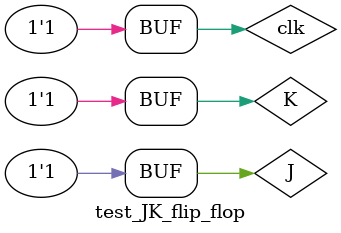
<source format=v>

module JK_flip_flop(output reg Q, Q_b, input J, K, clk);
	always @(posedge clk)
		case({J,K})
			2'b00: begin Q<=Q; Q_b<=Q_b; end
			2'b01: begin Q<=0; Q_b<=1; end
			2'b10: begin Q<=1; Q_b<=0; end
			2'b11: begin Q<=!Q; Q_b<=!Q_b; end
		endcase
endmodule

// test bench code

module test_JK_flip_flop();
	wire Q,Q_b;
	reg J,K,clk;
	JK_flip_flop G(Q,Q_b,J,K,clk);
	initial
		begin
		J=0;K=1;clk=0;
		#100 clk=1;
		#100 clk=0;J=0;K=0;
       	        #100 J=1;K=1;
		#100 clk=1;J=1;K=0;
		#100 clk=0;
		#100 J=1;K=1;
		#100 clk=1;
		#100 clk=1;J=0;K=1;
		#100 clk=1;J=1;K=1;
	end
endmodule
</source>
